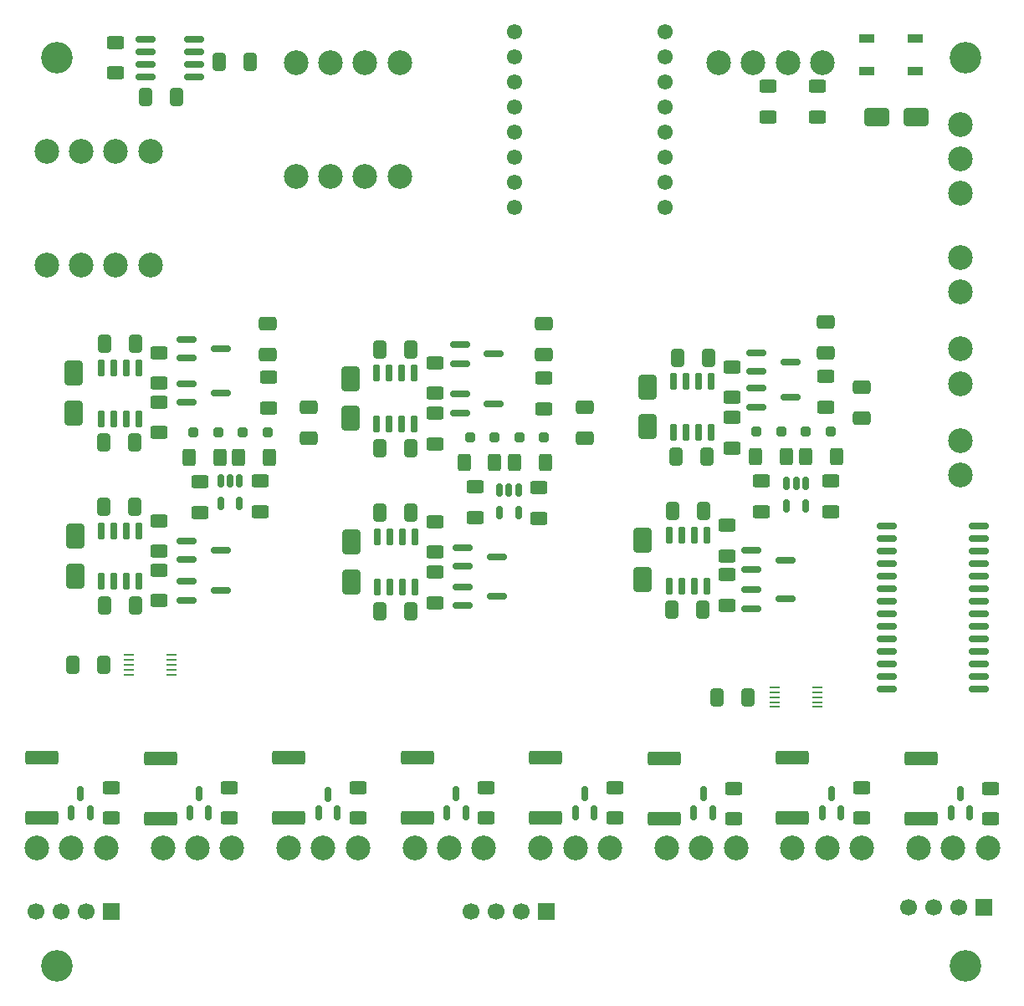
<source format=gbr>
%TF.GenerationSoftware,KiCad,Pcbnew,9.0.6*%
%TF.CreationDate,2026-01-05T12:44:01+01:00*%
%TF.ProjectId,velion_lightboard_pcb,76656c69-6f6e-45f6-9c69-676874626f61,rev?*%
%TF.SameCoordinates,Original*%
%TF.FileFunction,Soldermask,Bot*%
%TF.FilePolarity,Negative*%
%FSLAX46Y46*%
G04 Gerber Fmt 4.6, Leading zero omitted, Abs format (unit mm)*
G04 Created by KiCad (PCBNEW 9.0.6) date 2026-01-05 12:44:01*
%MOMM*%
%LPD*%
G01*
G04 APERTURE LIST*
G04 Aperture macros list*
%AMRoundRect*
0 Rectangle with rounded corners*
0 $1 Rounding radius*
0 $2 $3 $4 $5 $6 $7 $8 $9 X,Y pos of 4 corners*
0 Add a 4 corners polygon primitive as box body*
4,1,4,$2,$3,$4,$5,$6,$7,$8,$9,$2,$3,0*
0 Add four circle primitives for the rounded corners*
1,1,$1+$1,$2,$3*
1,1,$1+$1,$4,$5*
1,1,$1+$1,$6,$7*
1,1,$1+$1,$8,$9*
0 Add four rect primitives between the rounded corners*
20,1,$1+$1,$2,$3,$4,$5,0*
20,1,$1+$1,$4,$5,$6,$7,0*
20,1,$1+$1,$6,$7,$8,$9,0*
20,1,$1+$1,$8,$9,$2,$3,0*%
G04 Aperture macros list end*
%ADD10C,2.500000*%
%ADD11R,1.700000X1.700000*%
%ADD12C,1.700000*%
%ADD13C,3.200000*%
%ADD14C,1.552000*%
%ADD15R,1.100000X0.250000*%
%ADD16RoundRect,0.250000X0.250000X0.250000X-0.250000X0.250000X-0.250000X-0.250000X0.250000X-0.250000X0*%
%ADD17RoundRect,0.250000X-0.412500X-0.650000X0.412500X-0.650000X0.412500X0.650000X-0.412500X0.650000X0*%
%ADD18RoundRect,0.150000X0.150000X-0.587500X0.150000X0.587500X-0.150000X0.587500X-0.150000X-0.587500X0*%
%ADD19RoundRect,0.162500X-0.837500X-0.162500X0.837500X-0.162500X0.837500X0.162500X-0.837500X0.162500X0*%
%ADD20RoundRect,0.150000X-0.150000X0.512500X-0.150000X-0.512500X0.150000X-0.512500X0.150000X0.512500X0*%
%ADD21RoundRect,0.250000X0.412500X0.650000X-0.412500X0.650000X-0.412500X-0.650000X0.412500X-0.650000X0*%
%ADD22RoundRect,0.250000X0.650000X-1.000000X0.650000X1.000000X-0.650000X1.000000X-0.650000X-1.000000X0*%
%ADD23RoundRect,0.250000X-0.625000X0.400000X-0.625000X-0.400000X0.625000X-0.400000X0.625000X0.400000X0*%
%ADD24RoundRect,0.250000X0.625000X-0.400000X0.625000X0.400000X-0.625000X0.400000X-0.625000X-0.400000X0*%
%ADD25RoundRect,0.150000X-0.150000X0.725000X-0.150000X-0.725000X0.150000X-0.725000X0.150000X0.725000X0*%
%ADD26RoundRect,0.250000X0.400000X0.625000X-0.400000X0.625000X-0.400000X-0.625000X0.400000X-0.625000X0*%
%ADD27RoundRect,0.250000X0.650000X-0.412500X0.650000X0.412500X-0.650000X0.412500X-0.650000X-0.412500X0*%
%ADD28RoundRect,0.249999X1.425001X-0.450001X1.425001X0.450001X-1.425001X0.450001X-1.425001X-0.450001X0*%
%ADD29RoundRect,0.150000X0.825000X0.150000X-0.825000X0.150000X-0.825000X-0.150000X0.825000X-0.150000X0*%
%ADD30RoundRect,0.250000X-0.250000X-0.250000X0.250000X-0.250000X0.250000X0.250000X-0.250000X0.250000X0*%
%ADD31RoundRect,0.150000X-0.875000X-0.150000X0.875000X-0.150000X0.875000X0.150000X-0.875000X0.150000X0*%
%ADD32RoundRect,0.250000X-1.000000X-0.650000X1.000000X-0.650000X1.000000X0.650000X-1.000000X0.650000X0*%
%ADD33RoundRect,0.090000X0.660000X0.360000X-0.660000X0.360000X-0.660000X-0.360000X0.660000X-0.360000X0*%
G04 APERTURE END LIST*
D10*
%TO.C,J12*%
X121000000Y-54500000D03*
X124500000Y-54500000D03*
X128000000Y-54500000D03*
X131500000Y-54500000D03*
%TD*%
%TO.C,LS2*%
X145500000Y-74250000D03*
X145500000Y-77750000D03*
%TD*%
D11*
%TO.C,J17*%
X147810000Y-140000000D03*
D12*
X145270000Y-140000000D03*
X142730000Y-140000000D03*
X140190000Y-140000000D03*
%TD*%
D13*
%TO.C,TR2*%
X54000000Y-146000000D03*
%TD*%
D10*
%TO.C,J8*%
X84500000Y-134000000D03*
X81000000Y-134000000D03*
X77500000Y-134000000D03*
%TD*%
%TO.C,J7*%
X71750000Y-134000000D03*
X68250000Y-134000000D03*
X64750000Y-134000000D03*
%TD*%
%TO.C,J9*%
X110000000Y-134000000D03*
X106500000Y-134000000D03*
X103000000Y-134000000D03*
%TD*%
D11*
%TO.C,J11*%
X103540000Y-140500000D03*
D12*
X101000000Y-140500000D03*
X98460000Y-140500000D03*
X95920000Y-140500000D03*
%TD*%
D10*
%TO.C,J15*%
X145500000Y-60750000D03*
X145500000Y-64250000D03*
X145500000Y-67750000D03*
%TD*%
%TO.C,J6*%
X78237500Y-66000000D03*
X81737500Y-66000000D03*
X85237500Y-66000000D03*
X88737500Y-66000000D03*
%TD*%
D14*
%TO.C,U1*%
X115620000Y-69130000D03*
X115620000Y-66590000D03*
X115620000Y-64050000D03*
X115620000Y-61510000D03*
X115620000Y-56430000D03*
X115620000Y-58970000D03*
X100380000Y-51350000D03*
X115620000Y-51350000D03*
X100380000Y-53890000D03*
X100380000Y-56430000D03*
X100380000Y-58970000D03*
X100380000Y-61510000D03*
X100380000Y-64050000D03*
X100380000Y-66590000D03*
X100380000Y-69130000D03*
X115620000Y-53890000D03*
%TD*%
D13*
%TO.C,TR1*%
X54000000Y-54000000D03*
%TD*%
D10*
%TO.C,J14*%
X122750000Y-134000000D03*
X119250000Y-134000000D03*
X115750000Y-134000000D03*
%TD*%
%TO.C,LS1*%
X145500000Y-92750000D03*
X145500000Y-96250000D03*
%TD*%
%TO.C,LS3*%
X145500000Y-83500000D03*
X145500000Y-87000000D03*
%TD*%
%TO.C,J5*%
X78237500Y-54500000D03*
X81737500Y-54500000D03*
X85237500Y-54500000D03*
X88737500Y-54500000D03*
%TD*%
D11*
%TO.C,J4*%
X59540000Y-140500000D03*
D12*
X57000000Y-140500000D03*
X54460000Y-140500000D03*
X51920000Y-140500000D03*
%TD*%
D10*
%TO.C,J2*%
X53000000Y-75000000D03*
X56500000Y-75000000D03*
X60000000Y-75000000D03*
X63500000Y-75000000D03*
%TD*%
%TO.C,J10*%
X97250000Y-134000000D03*
X93750000Y-134000000D03*
X90250000Y-134000000D03*
%TD*%
D13*
%TO.C,TR4*%
X146000000Y-146000000D03*
%TD*%
D10*
%TO.C,J1*%
X53000000Y-63500000D03*
X56500000Y-63500000D03*
X60000000Y-63500000D03*
X63500000Y-63500000D03*
%TD*%
%TO.C,J16*%
X148250000Y-134000000D03*
X144750000Y-134000000D03*
X141250000Y-134000000D03*
%TD*%
D13*
%TO.C,TR3*%
X146000000Y-54000000D03*
%TD*%
D10*
%TO.C,J13*%
X135500000Y-134000000D03*
X132000000Y-134000000D03*
X128500000Y-134000000D03*
%TD*%
%TO.C,J3*%
X59000000Y-134000000D03*
X55500000Y-134000000D03*
X52000000Y-134000000D03*
%TD*%
D15*
%TO.C,U6*%
X131000000Y-117750000D03*
X131000000Y-118250000D03*
X131000000Y-118750000D03*
X131000000Y-119250000D03*
X131000000Y-119750000D03*
X126700000Y-119750000D03*
X126700000Y-119250000D03*
X126700000Y-118750000D03*
X126700000Y-118250000D03*
X126700000Y-117750000D03*
%TD*%
D16*
%TO.C,D2*%
X132345000Y-91875000D03*
X129845000Y-91875000D03*
%TD*%
%TO.C,D6*%
X103345000Y-92475000D03*
X100845000Y-92475000D03*
%TD*%
D17*
%TO.C,C17*%
X58782500Y-99475000D03*
X61907500Y-99475000D03*
%TD*%
D18*
%TO.C,Q19*%
X57400000Y-130437500D03*
X55500000Y-130437500D03*
X56450000Y-128562500D03*
%TD*%
D19*
%TO.C,Q2*%
X128265000Y-84825000D03*
X124845000Y-85775000D03*
X124845000Y-83875000D03*
%TD*%
D20*
%TO.C,U7*%
X98845000Y-97800000D03*
X99795000Y-97800000D03*
X100745000Y-97800000D03*
X100745000Y-100075000D03*
X98845000Y-100075000D03*
%TD*%
D21*
%TO.C,C5*%
X124000000Y-118750000D03*
X120875000Y-118750000D03*
%TD*%
D16*
%TO.C,D9*%
X75345000Y-91975000D03*
X72845000Y-91975000D03*
%TD*%
D22*
%TO.C,D12*%
X55772500Y-89975000D03*
X55772500Y-85975000D03*
%TD*%
D23*
%TO.C,R23*%
X102845000Y-97575000D03*
X102845000Y-100675000D03*
%TD*%
%TO.C,R31*%
X74607500Y-96872500D03*
X74607500Y-99972500D03*
%TD*%
D19*
%TO.C,Q13*%
X70617500Y-83475000D03*
X67197500Y-84425000D03*
X67197500Y-82525000D03*
%TD*%
D15*
%TO.C,U14*%
X65612500Y-114500000D03*
X65612500Y-115000000D03*
X65612500Y-115500000D03*
X65612500Y-116000000D03*
X65612500Y-116500000D03*
X61312500Y-116500000D03*
X61312500Y-116000000D03*
X61312500Y-115500000D03*
X61312500Y-115000000D03*
X61312500Y-114500000D03*
%TD*%
D24*
%TO.C,R17*%
X103345000Y-89575000D03*
X103345000Y-86475000D03*
%TD*%
D17*
%TO.C,C16*%
X58782500Y-92975000D03*
X61907500Y-92975000D03*
%TD*%
D25*
%TO.C,U12*%
X58502500Y-85400000D03*
X59772500Y-85400000D03*
X61042500Y-85400000D03*
X62312500Y-85400000D03*
X62312500Y-90550000D03*
X61042500Y-90550000D03*
X59772500Y-90550000D03*
X58502500Y-90550000D03*
%TD*%
%TO.C,U13*%
X58502500Y-101900000D03*
X59772500Y-101900000D03*
X61042500Y-101900000D03*
X62312500Y-101900000D03*
X62312500Y-107050000D03*
X61042500Y-107050000D03*
X59772500Y-107050000D03*
X58502500Y-107050000D03*
%TD*%
D17*
%TO.C,C11*%
X86720000Y-110075000D03*
X89845000Y-110075000D03*
%TD*%
D25*
%TO.C,U11*%
X86440000Y-102500000D03*
X87710000Y-102500000D03*
X88980000Y-102500000D03*
X90250000Y-102500000D03*
X90250000Y-107650000D03*
X88980000Y-107650000D03*
X87710000Y-107650000D03*
X86440000Y-107650000D03*
%TD*%
D23*
%TO.C,R12*%
X132345000Y-96875000D03*
X132345000Y-99975000D03*
%TD*%
D26*
%TO.C,R24*%
X98345000Y-94975000D03*
X95245000Y-94975000D03*
%TD*%
D18*
%TO.C,Q17*%
X82400000Y-130500000D03*
X80500000Y-130500000D03*
X81450000Y-128625000D03*
%TD*%
D23*
%TO.C,R0*%
X148500000Y-128000000D03*
X148500000Y-131100000D03*
%TD*%
D24*
%TO.C,R10*%
X121845000Y-104475000D03*
X121845000Y-101375000D03*
%TD*%
D27*
%TO.C,C21*%
X135500000Y-90500000D03*
X135500000Y-87375000D03*
%TD*%
D24*
%TO.C,R22*%
X96345000Y-100575000D03*
X96345000Y-97475000D03*
%TD*%
D23*
%TO.C,R44*%
X59500000Y-127900000D03*
X59500000Y-131000000D03*
%TD*%
D19*
%TO.C,Q3*%
X127765000Y-108825000D03*
X124345000Y-109775000D03*
X124345000Y-107875000D03*
%TD*%
D18*
%TO.C,Q11*%
X108400000Y-130437500D03*
X106500000Y-130437500D03*
X107450000Y-128562500D03*
%TD*%
D24*
%TO.C,R40*%
X64407500Y-86975000D03*
X64407500Y-83875000D03*
%TD*%
D28*
%TO.C,R13*%
X115500000Y-131100000D03*
X115500000Y-125000000D03*
%TD*%
D24*
%TO.C,R33*%
X68482500Y-100075000D03*
X68482500Y-96975000D03*
%TD*%
D19*
%TO.C,Q16*%
X70617500Y-103900000D03*
X67197500Y-104850000D03*
X67197500Y-102950000D03*
%TD*%
D27*
%TO.C,C19*%
X79500000Y-92500000D03*
X79500000Y-89375000D03*
%TD*%
D25*
%TO.C,U3*%
X116035000Y-102375000D03*
X117305000Y-102375000D03*
X118575000Y-102375000D03*
X119845000Y-102375000D03*
X119845000Y-107525000D03*
X118575000Y-107525000D03*
X117305000Y-107525000D03*
X116035000Y-107525000D03*
%TD*%
D27*
%TO.C,C0*%
X131845000Y-83875000D03*
X131845000Y-80750000D03*
%TD*%
D23*
%TO.C,R14*%
X122500000Y-128000000D03*
X122500000Y-131100000D03*
%TD*%
D17*
%TO.C,C13*%
X86720000Y-100075000D03*
X89845000Y-100075000D03*
%TD*%
D28*
%TO.C,R38*%
X64500000Y-131050000D03*
X64500000Y-124950000D03*
%TD*%
D29*
%TO.C,U8*%
X67950000Y-52190000D03*
X67950000Y-53460000D03*
X67950000Y-54730000D03*
X67950000Y-56000000D03*
X63000000Y-56000000D03*
X63000000Y-54730000D03*
X63000000Y-53460000D03*
X63000000Y-52190000D03*
%TD*%
D26*
%TO.C,R25*%
X103445000Y-94975000D03*
X100345000Y-94975000D03*
%TD*%
D23*
%TO.C,R18*%
X92345000Y-84900000D03*
X92345000Y-88000000D03*
%TD*%
D24*
%TO.C,R8*%
X125345000Y-99975000D03*
X125345000Y-96875000D03*
%TD*%
D19*
%TO.C,Q4*%
X127765000Y-104875000D03*
X124345000Y-105825000D03*
X124345000Y-103925000D03*
%TD*%
D30*
%TO.C,D7*%
X95845000Y-92475000D03*
X98345000Y-92475000D03*
%TD*%
D19*
%TO.C,Q9*%
X98555000Y-104575000D03*
X95135000Y-105525000D03*
X95135000Y-103625000D03*
%TD*%
D17*
%TO.C,C1*%
X116845000Y-84375000D03*
X119970000Y-84375000D03*
%TD*%
D23*
%TO.C,R29*%
X110500000Y-127900000D03*
X110500000Y-131000000D03*
%TD*%
D17*
%TO.C,C14*%
X58845000Y-82975000D03*
X61970000Y-82975000D03*
%TD*%
D19*
%TO.C,Q10*%
X98555000Y-108525000D03*
X95135000Y-109475000D03*
X95135000Y-107575000D03*
%TD*%
D24*
%TO.C,R43*%
X64407500Y-104000000D03*
X64407500Y-100900000D03*
%TD*%
D22*
%TO.C,D4*%
X113845000Y-91375000D03*
X113845000Y-87375000D03*
%TD*%
D17*
%TO.C,C3*%
X116720000Y-94375000D03*
X119845000Y-94375000D03*
%TD*%
D18*
%TO.C,Q0*%
X146450000Y-130437500D03*
X144550000Y-130437500D03*
X145500000Y-128562500D03*
%TD*%
D26*
%TO.C,R32*%
X70507500Y-94475000D03*
X67407500Y-94475000D03*
%TD*%
D24*
%TO.C,R30*%
X75482500Y-89475000D03*
X75482500Y-86375000D03*
%TD*%
D17*
%TO.C,C10*%
X86687500Y-83575000D03*
X89812500Y-83575000D03*
%TD*%
D28*
%TO.C,R45*%
X52500000Y-131000000D03*
X52500000Y-124900000D03*
%TD*%
D21*
%TO.C,C18*%
X58812500Y-115500000D03*
X55687500Y-115500000D03*
%TD*%
D28*
%TO.C,R26*%
X103500000Y-131000000D03*
X103500000Y-124900000D03*
%TD*%
D25*
%TO.C,U4*%
X116440000Y-86800000D03*
X117710000Y-86800000D03*
X118980000Y-86800000D03*
X120250000Y-86800000D03*
X120250000Y-91950000D03*
X118980000Y-91950000D03*
X117710000Y-91950000D03*
X116440000Y-91950000D03*
%TD*%
D18*
%TO.C,Q12*%
X95400000Y-130437500D03*
X93500000Y-130437500D03*
X94450000Y-128562500D03*
%TD*%
D22*
%TO.C,D8*%
X83750000Y-90500000D03*
X83750000Y-86500000D03*
%TD*%
D25*
%TO.C,U9*%
X86345000Y-85925000D03*
X87615000Y-85925000D03*
X88885000Y-85925000D03*
X90155000Y-85925000D03*
X90155000Y-91075000D03*
X88885000Y-91075000D03*
X87615000Y-91075000D03*
X86345000Y-91075000D03*
%TD*%
D24*
%TO.C,R19*%
X92345000Y-109175000D03*
X92345000Y-106075000D03*
%TD*%
%TO.C,R7*%
X122345000Y-93525000D03*
X122345000Y-90425000D03*
%TD*%
D18*
%TO.C,Q18*%
X69400000Y-130437500D03*
X67500000Y-130437500D03*
X68450000Y-128562500D03*
%TD*%
D19*
%TO.C,Q14*%
X70617500Y-87975000D03*
X67197500Y-88925000D03*
X67197500Y-87025000D03*
%TD*%
D17*
%TO.C,C7*%
X70475000Y-54460000D03*
X73600000Y-54460000D03*
%TD*%
D20*
%TO.C,U10*%
X70607500Y-96835000D03*
X71557500Y-96835000D03*
X72507500Y-96835000D03*
X72507500Y-99110000D03*
X70607500Y-99110000D03*
%TD*%
D28*
%TO.C,R15*%
X128500000Y-131000000D03*
X128500000Y-124900000D03*
%TD*%
D24*
%TO.C,R5*%
X131845000Y-89375000D03*
X131845000Y-86275000D03*
%TD*%
%TO.C,R21*%
X92345000Y-93100000D03*
X92345000Y-90000000D03*
%TD*%
D19*
%TO.C,Q7*%
X98265000Y-84025000D03*
X94845000Y-84975000D03*
X94845000Y-83075000D03*
%TD*%
D27*
%TO.C,C20*%
X107500000Y-92500000D03*
X107500000Y-89375000D03*
%TD*%
D31*
%TO.C,U2*%
X138000000Y-117970000D03*
X138000000Y-116700000D03*
X138000000Y-115430000D03*
X138000000Y-114160000D03*
X138000000Y-112890000D03*
X138000000Y-111620000D03*
X138000000Y-110350000D03*
X138000000Y-109080000D03*
X138000000Y-107810000D03*
X138000000Y-106540000D03*
X138000000Y-105270000D03*
X138000000Y-104000000D03*
X138000000Y-102730000D03*
X138000000Y-101460000D03*
X147300000Y-101460000D03*
X147300000Y-102730000D03*
X147300000Y-104000000D03*
X147300000Y-105270000D03*
X147300000Y-106540000D03*
X147300000Y-107810000D03*
X147300000Y-109080000D03*
X147300000Y-110350000D03*
X147300000Y-111620000D03*
X147300000Y-112890000D03*
X147300000Y-114160000D03*
X147300000Y-115430000D03*
X147300000Y-116700000D03*
X147300000Y-117970000D03*
%TD*%
D28*
%TO.C,R36*%
X77500000Y-131000000D03*
X77500000Y-124900000D03*
%TD*%
D22*
%TO.C,D11*%
X83845000Y-107075000D03*
X83845000Y-103075000D03*
%TD*%
%TO.C,D13*%
X55907500Y-106475000D03*
X55907500Y-102475000D03*
%TD*%
D23*
%TO.C,R2*%
X126000000Y-56900000D03*
X126000000Y-60000000D03*
%TD*%
D26*
%TO.C,R6*%
X127845000Y-94375000D03*
X124745000Y-94375000D03*
%TD*%
D18*
%TO.C,Q6*%
X120400000Y-130437500D03*
X118500000Y-130437500D03*
X119450000Y-128562500D03*
%TD*%
D17*
%TO.C,C2*%
X116345000Y-99875000D03*
X119470000Y-99875000D03*
%TD*%
%TO.C,C8*%
X63000000Y-58000000D03*
X66125000Y-58000000D03*
%TD*%
%TO.C,C4*%
X116282500Y-109875000D03*
X119407500Y-109875000D03*
%TD*%
%TO.C,C12*%
X86720000Y-93575000D03*
X89845000Y-93575000D03*
%TD*%
D30*
%TO.C,D10*%
X67845000Y-91975000D03*
X70345000Y-91975000D03*
%TD*%
D24*
%TO.C,R4*%
X122345000Y-88425000D03*
X122345000Y-85325000D03*
%TD*%
D26*
%TO.C,R11*%
X132945000Y-94375000D03*
X129845000Y-94375000D03*
%TD*%
D27*
%TO.C,C9*%
X75407500Y-84037500D03*
X75407500Y-80912500D03*
%TD*%
D32*
%TO.C,D0*%
X137000000Y-60000000D03*
X141000000Y-60000000D03*
%TD*%
D22*
%TO.C,D5*%
X113345000Y-106875000D03*
X113345000Y-102875000D03*
%TD*%
D23*
%TO.C,R37*%
X84500000Y-127900000D03*
X84500000Y-131000000D03*
%TD*%
D18*
%TO.C,Q5*%
X133400000Y-130437500D03*
X131500000Y-130437500D03*
X132450000Y-128562500D03*
%TD*%
D30*
%TO.C,D3*%
X124845000Y-91875000D03*
X127345000Y-91875000D03*
%TD*%
D23*
%TO.C,R20*%
X92345000Y-100975000D03*
X92345000Y-104075000D03*
%TD*%
D27*
%TO.C,C6*%
X103345000Y-84075000D03*
X103345000Y-80950000D03*
%TD*%
D20*
%TO.C,U5*%
X127895000Y-97100000D03*
X128845000Y-97100000D03*
X129795000Y-97100000D03*
X129795000Y-99375000D03*
X127895000Y-99375000D03*
%TD*%
D28*
%TO.C,R1*%
X141500000Y-131050000D03*
X141500000Y-124950000D03*
%TD*%
D19*
%TO.C,Q1*%
X128265000Y-88425000D03*
X124845000Y-89375000D03*
X124845000Y-87475000D03*
%TD*%
D24*
%TO.C,R9*%
X121845000Y-109475000D03*
X121845000Y-106375000D03*
%TD*%
D33*
%TO.C,D1*%
X140900000Y-52100000D03*
X140900000Y-55400000D03*
X136000000Y-55400000D03*
X136000000Y-52100000D03*
%TD*%
D23*
%TO.C,R42*%
X64407500Y-105900000D03*
X64407500Y-109000000D03*
%TD*%
D19*
%TO.C,Q15*%
X70617500Y-107975000D03*
X67197500Y-108925000D03*
X67197500Y-107025000D03*
%TD*%
D23*
%TO.C,R35*%
X71500000Y-127900000D03*
X71500000Y-131000000D03*
%TD*%
D24*
%TO.C,R41*%
X64407500Y-91975000D03*
X64407500Y-88875000D03*
%TD*%
D23*
%TO.C,R28*%
X97500000Y-127900000D03*
X97500000Y-131000000D03*
%TD*%
%TO.C,R39*%
X60000000Y-52460000D03*
X60000000Y-55560000D03*
%TD*%
%TO.C,R16*%
X135500000Y-127900000D03*
X135500000Y-131000000D03*
%TD*%
D26*
%TO.C,R34*%
X75507500Y-94475000D03*
X72407500Y-94475000D03*
%TD*%
D28*
%TO.C,R27*%
X90500000Y-131000000D03*
X90500000Y-124900000D03*
%TD*%
D17*
%TO.C,C15*%
X58845000Y-109475000D03*
X61970000Y-109475000D03*
%TD*%
D19*
%TO.C,Q8*%
X98265000Y-89025000D03*
X94845000Y-89975000D03*
X94845000Y-88075000D03*
%TD*%
D23*
%TO.C,R3*%
X131000000Y-56900000D03*
X131000000Y-60000000D03*
%TD*%
M02*

</source>
